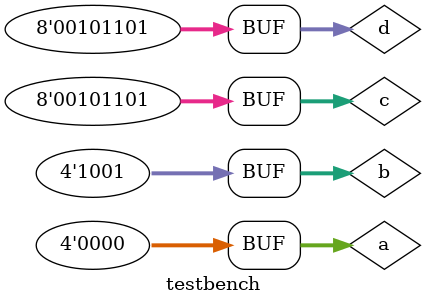
<source format=v>
module testbench();

	reg [3:0] a, b;
	reg [7:0] c, d;
	wire [9:0] sum3;

	adder_tree ADDERTREE(
		.a(a), .b(b), .c(c),
		.d(d), .sum3(sum3)
		);
	
	always @ (*) begin
		$display("a = %d, b = %d, c = %d, d = %d, sum3 = %d", a, b, c, d, sum3);
	end 
	
	initial begin
		#1; a = 4'd0; b = 4'd3; c = 8'd1; d = 8'd255;
		#1; a = 4'd10; b = 4'd13; c = 8'd9; d = 8'd10;
		#1; a = 4'd15; b = 4'd15; c = 8'd109; d = 8'd37;
		#1; a = 4'd0; b = 4'd9; c = 8'd45; d = 8'd45;
	end
	
endmodule
</source>
